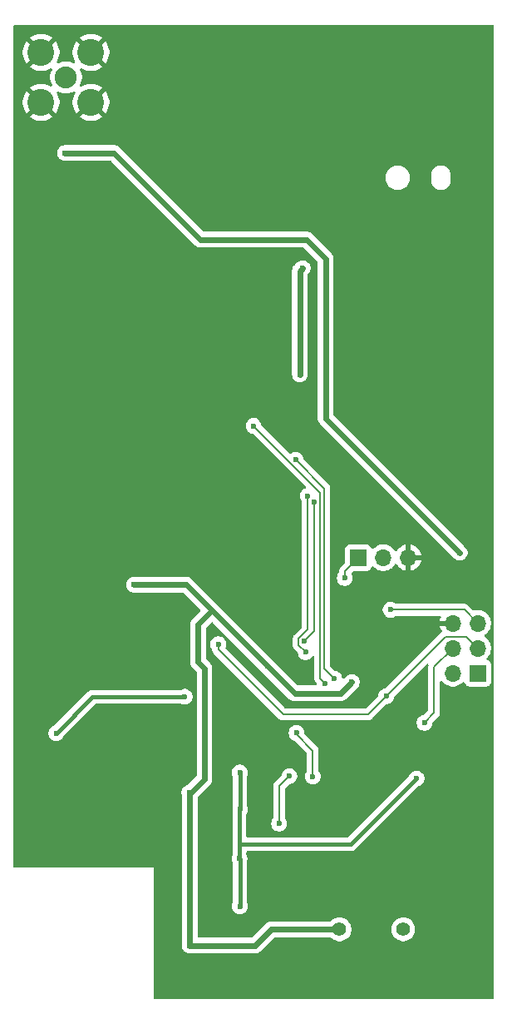
<source format=gbr>
%TF.GenerationSoftware,KiCad,Pcbnew,9.0.0*%
%TF.CreationDate,2025-06-23T20:21:27-05:00*%
%TF.ProjectId,ptFlex,7074466c-6578-42e6-9b69-6361645f7063,rev?*%
%TF.SameCoordinates,Original*%
%TF.FileFunction,Copper,L2,Bot*%
%TF.FilePolarity,Positive*%
%FSLAX46Y46*%
G04 Gerber Fmt 4.6, Leading zero omitted, Abs format (unit mm)*
G04 Created by KiCad (PCBNEW 9.0.0) date 2025-06-23 20:21:27*
%MOMM*%
%LPD*%
G01*
G04 APERTURE LIST*
%TA.AperFunction,ComponentPad*%
%ADD10C,1.408000*%
%TD*%
%TA.AperFunction,ComponentPad*%
%ADD11R,1.700000X1.700000*%
%TD*%
%TA.AperFunction,ComponentPad*%
%ADD12O,1.700000X1.700000*%
%TD*%
%TA.AperFunction,ComponentPad*%
%ADD13C,2.240000*%
%TD*%
%TA.AperFunction,ComponentPad*%
%ADD14C,2.740000*%
%TD*%
%TA.AperFunction,ViaPad*%
%ADD15C,0.600000*%
%TD*%
%TA.AperFunction,Conductor*%
%ADD16C,0.200000*%
%TD*%
%TA.AperFunction,Conductor*%
%ADD17C,0.400000*%
%TD*%
%TA.AperFunction,Conductor*%
%ADD18C,0.600000*%
%TD*%
G04 APERTURE END LIST*
D10*
%TO.P,PZ1,P*%
%TO.N,+5V*%
X149600000Y-138300000D03*
%TO.P,PZ1,N*%
%TO.N,Net-(D4-A)*%
X156100000Y-138300000D03*
%TD*%
D11*
%TO.P,J2,1,Pin_1*%
%TO.N,Net-(J2-Pin_1)*%
X151520000Y-100500000D03*
D12*
%TO.P,J2,2,Pin_2*%
%TO.N,Net-(J2-Pin_2)*%
X154060000Y-100500000D03*
%TO.P,J2,3,Pin_3*%
%TO.N,GND*%
X156600000Y-100500000D03*
%TD*%
D13*
%TO.P,ANT2,1,In*%
%TO.N,Net-(ANT2-In)*%
X121746000Y-51646000D03*
D14*
%TO.P,ANT2,2,Ext*%
%TO.N,GND*%
X119206000Y-54186000D03*
X124286000Y-54186000D03*
X119206000Y-49106000D03*
X124286000Y-49106000D03*
%TD*%
D11*
%TO.P,J4,1,Pin_1*%
%TO.N,MISO*%
X163686000Y-112246000D03*
D12*
%TO.P,J4,2,Pin_2*%
%TO.N,+5V*%
X161146000Y-112246000D03*
%TO.P,J4,3,Pin_3*%
%TO.N,SCK*%
X163686000Y-109706000D03*
%TO.P,J4,4,Pin_4*%
%TO.N,MOSI*%
X161146000Y-109706000D03*
%TO.P,J4,5,Pin_5*%
%TO.N,RESET*%
X163686000Y-107166000D03*
%TO.P,J4,6,Pin_6*%
%TO.N,GND*%
X161146000Y-107166000D03*
%TD*%
D15*
%TO.N,GND*%
X136900000Y-134500000D03*
X150100000Y-118400000D03*
X117446000Y-127646000D03*
X130546000Y-119846000D03*
X127046000Y-76946000D03*
X133700000Y-112700000D03*
X123446000Y-84546000D03*
X144746000Y-137246000D03*
X137400000Y-120100000D03*
X131746000Y-139846000D03*
X133546000Y-84546000D03*
X150100000Y-134700000D03*
X117446000Y-103446000D03*
X153000000Y-124900000D03*
X142646000Y-51646000D03*
X142146000Y-108046000D03*
X136700000Y-107900000D03*
X130546000Y-130846000D03*
X153100000Y-106800000D03*
X117446000Y-123846000D03*
X153646000Y-130046000D03*
X160800000Y-114800000D03*
X144100000Y-115200000D03*
X131746000Y-144146000D03*
X135146000Y-61346000D03*
X131746000Y-134546000D03*
X133546000Y-92446000D03*
X118546000Y-61346000D03*
X134100000Y-105700000D03*
X143600000Y-97500000D03*
X117446000Y-120146000D03*
X117446000Y-130846000D03*
X133700000Y-107900000D03*
X133700000Y-109800000D03*
X123446000Y-92446000D03*
X163021000Y-138071000D03*
X163472110Y-53446668D03*
X163346000Y-87746000D03*
X144700000Y-132500000D03*
X143600000Y-93500000D03*
X153046000Y-83646000D03*
X148146000Y-55546000D03*
X159246000Y-143646000D03*
X142546000Y-121046000D03*
X164646000Y-117246000D03*
X139946000Y-61446000D03*
X127646000Y-50446000D03*
X136846000Y-103846000D03*
X130546000Y-128546000D03*
X146946000Y-75146000D03*
X158683500Y-130046000D03*
X156600000Y-115300000D03*
X133610954Y-76995408D03*
X143646000Y-76946000D03*
X138346000Y-142346000D03*
X164646000Y-127246000D03*
X140246000Y-111346000D03*
X117446000Y-112346000D03*
X122846000Y-101546000D03*
X141446000Y-116746000D03*
X143646000Y-66946000D03*
X125546000Y-118146000D03*
X152396000Y-73186000D03*
X154346000Y-109346000D03*
X126846000Y-61346000D03*
X135146000Y-50446000D03*
X143546000Y-104396000D03*
X130546000Y-122546000D03*
X149846000Y-109996000D03*
X144846000Y-143646000D03*
X146046000Y-111746000D03*
X156900000Y-118400000D03*
%TO.N,MOSI*%
X158246000Y-117296000D03*
%TO.N,SCK*%
X137246000Y-109300000D03*
X154346000Y-114596000D03*
%TO.N,RESET*%
X154800000Y-105800000D03*
%TO.N,GPS-TX*%
X144485628Y-122706372D03*
X143446000Y-127546000D03*
%TO.N,+3.3V*%
X139484263Y-126084263D03*
X157446000Y-122946000D03*
X139446000Y-122346000D03*
X139446000Y-135946000D03*
X139410026Y-131110026D03*
%TO.N,XMIT-TX-AUDIO*%
X146046000Y-108996000D03*
X147046000Y-94846000D03*
%TO.N,XMIT-POWERSAVE*%
X146373654Y-94222298D03*
X146146000Y-110096000D03*
%TO.N,Net-(D1-K)*%
X145546000Y-81846000D03*
X145846000Y-71046000D03*
%TO.N,XMIT-TX*%
X148121000Y-113271000D03*
X140846000Y-87095943D03*
%TO.N,+5V*%
X148200000Y-79300000D03*
X134346000Y-139946000D03*
X161846000Y-99999333D03*
X150846000Y-113146000D03*
X134296000Y-124396000D03*
X121646000Y-59346000D03*
X142246000Y-111496000D03*
X128646000Y-103246000D03*
X134346000Y-128346000D03*
%TO.N,XMIT-RX*%
X149071000Y-112821000D03*
X145146000Y-90546000D03*
%TO.N,PIEZO*%
X145209235Y-118334235D03*
X146883500Y-122746000D03*
%TO.N,Net-(Q3-D)*%
X120746000Y-118346000D03*
X133846000Y-114646000D03*
%TO.N,Net-(J2-Pin_1)*%
X150132374Y-102571680D03*
%TD*%
D16*
%TO.N,MOSI*%
X159246000Y-111606000D02*
X161146000Y-109706000D01*
X158246000Y-117296000D02*
X158246000Y-117245000D01*
X159246000Y-116245000D02*
X159246000Y-111606000D01*
X158246000Y-117245000D02*
X159246000Y-116245000D01*
%TO.N,SCK*%
X137246000Y-109300000D02*
X137246000Y-109846000D01*
X162535000Y-108555000D02*
X163686000Y-109706000D01*
X154346000Y-114596000D02*
X160387000Y-108555000D01*
X143846000Y-116446000D02*
X152496000Y-116446000D01*
X160387000Y-108555000D02*
X162535000Y-108555000D01*
X152496000Y-116446000D02*
X154346000Y-114596000D01*
X137246000Y-109846000D02*
X143846000Y-116446000D01*
%TO.N,RESET*%
X162320000Y-105800000D02*
X163686000Y-107166000D01*
X154800000Y-105800000D02*
X162320000Y-105800000D01*
%TO.N,GPS-TX*%
X143446000Y-127546000D02*
X143446000Y-123746000D01*
X143446000Y-123746000D02*
X144485628Y-122706372D01*
D17*
%TO.N,+3.3V*%
X139446000Y-126046000D02*
X139484263Y-126084263D01*
X139410026Y-129600000D02*
X139410026Y-126158500D01*
X157446000Y-122946000D02*
X150746000Y-129646000D01*
X139456026Y-129646000D02*
X139410026Y-129600000D01*
X139446000Y-122346000D02*
X139446000Y-126046000D01*
X139410026Y-131110026D02*
X139410026Y-129600000D01*
X139446000Y-135946000D02*
X139446000Y-131146000D01*
X150746000Y-129646000D02*
X139456026Y-129646000D01*
D16*
X139410026Y-126158500D02*
X139484263Y-126084263D01*
D17*
X139446000Y-131146000D02*
X139410026Y-131110026D01*
D16*
%TO.N,XMIT-TX-AUDIO*%
X147046000Y-107996000D02*
X147046000Y-94846000D01*
X146046000Y-108996000D02*
X147046000Y-107996000D01*
%TO.N,XMIT-POWERSAVE*%
X146373654Y-94222298D02*
X146373654Y-107818403D01*
X145445000Y-109395000D02*
X146146000Y-110096000D01*
X146373654Y-107818403D02*
X145445000Y-108747057D01*
X145445000Y-108747057D02*
X145445000Y-109395000D01*
D18*
%TO.N,Net-(D1-K)*%
X145546000Y-71346000D02*
X145846000Y-71046000D01*
X145546000Y-81846000D02*
X145546000Y-71346000D01*
D16*
%TO.N,XMIT-TX*%
X147646000Y-93895943D02*
X140846000Y-87095943D01*
X148121000Y-113271000D02*
X147646000Y-112796000D01*
X147646000Y-112796000D02*
X147646000Y-93895943D01*
D18*
%TO.N,+5V*%
X128646000Y-103246000D02*
X133996000Y-103246000D01*
X148200000Y-70100000D02*
X146246000Y-68146000D01*
X145047000Y-114297000D02*
X142246000Y-111496000D01*
X140996000Y-139946000D02*
X142642000Y-138300000D01*
X134346000Y-139946000D02*
X140996000Y-139946000D01*
X135200000Y-111100000D02*
X135200000Y-107292000D01*
X135446000Y-68146000D02*
X126646000Y-59346000D01*
X126646000Y-59346000D02*
X121646000Y-59346000D01*
X149695000Y-114297000D02*
X145047000Y-114297000D01*
X134496000Y-124396000D02*
X135846000Y-123046000D01*
X146246000Y-68146000D02*
X135446000Y-68146000D01*
X133996000Y-103246000D02*
X135921000Y-105171000D01*
X135846000Y-123046000D02*
X135846000Y-111746000D01*
X134346000Y-139946000D02*
X134346000Y-128346000D01*
X142642000Y-138300000D02*
X149600000Y-138300000D01*
X135200000Y-107292000D02*
X136521000Y-105971000D01*
X135921000Y-105171000D02*
X142246000Y-111496000D01*
D16*
X134346000Y-124446000D02*
X134296000Y-124396000D01*
D18*
X150846000Y-113146000D02*
X149695000Y-114297000D01*
X148200000Y-79300000D02*
X148200000Y-70100000D01*
X135846000Y-111746000D02*
X135200000Y-111100000D01*
X134346000Y-128346000D02*
X134346000Y-124446000D01*
X148200000Y-79300000D02*
X148200000Y-86353333D01*
X148200000Y-86353333D02*
X161846000Y-99999333D01*
X134296000Y-124396000D02*
X134496000Y-124396000D01*
D16*
%TO.N,XMIT-RX*%
X148046000Y-93446000D02*
X145146000Y-90546000D01*
X148046000Y-93728843D02*
X148046000Y-93446000D01*
X149071000Y-112821000D02*
X148047000Y-111797000D01*
X148047000Y-93729843D02*
X148046000Y-93728843D01*
X148047000Y-111797000D02*
X148047000Y-93729843D01*
%TO.N,PIEZO*%
X145209235Y-118459235D02*
X146883500Y-120133500D01*
X146883500Y-120133500D02*
X146883500Y-122746000D01*
X145209235Y-118334235D02*
X145209235Y-118459235D01*
D17*
%TO.N,Net-(Q3-D)*%
X124446000Y-114646000D02*
X120746000Y-118346000D01*
X133846000Y-114646000D02*
X124446000Y-114646000D01*
D16*
%TO.N,Net-(J2-Pin_1)*%
X150132374Y-102571680D02*
X150132374Y-101887626D01*
X150132374Y-101887626D02*
X151520000Y-100500000D01*
%TD*%
%TA.AperFunction,Conductor*%
%TO.N,GND*%
G36*
X165288539Y-46366185D02*
G01*
X165334294Y-46418989D01*
X165345500Y-46470500D01*
X165345500Y-145221500D01*
X165325815Y-145288539D01*
X165273011Y-145334294D01*
X165221500Y-145345500D01*
X130770000Y-145345500D01*
X130702961Y-145325815D01*
X130657206Y-145273011D01*
X130646000Y-145221500D01*
X130646000Y-132046000D01*
X116470500Y-132046000D01*
X116403461Y-132026315D01*
X116357706Y-131973511D01*
X116346500Y-131922000D01*
X116346500Y-118267153D01*
X119945500Y-118267153D01*
X119945500Y-118424846D01*
X119976261Y-118579489D01*
X119976264Y-118579501D01*
X120036602Y-118725172D01*
X120036609Y-118725185D01*
X120124210Y-118856288D01*
X120124213Y-118856292D01*
X120235707Y-118967786D01*
X120235711Y-118967789D01*
X120366814Y-119055390D01*
X120366827Y-119055397D01*
X120501482Y-119111172D01*
X120512503Y-119115737D01*
X120623270Y-119137770D01*
X120667153Y-119146499D01*
X120667156Y-119146500D01*
X120667158Y-119146500D01*
X120824844Y-119146500D01*
X120824845Y-119146499D01*
X120979497Y-119115737D01*
X121125179Y-119055394D01*
X121256289Y-118967789D01*
X121367789Y-118856289D01*
X121455394Y-118725179D01*
X121455395Y-118725176D01*
X121455397Y-118725173D01*
X121515192Y-118580812D01*
X121542069Y-118540586D01*
X124699838Y-115382819D01*
X124761161Y-115349334D01*
X124787519Y-115346500D01*
X133420684Y-115346500D01*
X133468136Y-115355939D01*
X133567482Y-115397089D01*
X133612503Y-115415737D01*
X133767153Y-115446499D01*
X133767156Y-115446500D01*
X133767158Y-115446500D01*
X133924844Y-115446500D01*
X133924845Y-115446499D01*
X134079497Y-115415737D01*
X134225179Y-115355394D01*
X134356289Y-115267789D01*
X134467789Y-115156289D01*
X134555394Y-115025179D01*
X134615737Y-114879497D01*
X134646500Y-114724842D01*
X134646500Y-114567158D01*
X134646500Y-114567155D01*
X134646499Y-114567153D01*
X134615738Y-114412510D01*
X134615737Y-114412503D01*
X134595029Y-114362508D01*
X134555397Y-114266827D01*
X134555390Y-114266814D01*
X134467789Y-114135711D01*
X134467786Y-114135707D01*
X134356292Y-114024213D01*
X134356288Y-114024210D01*
X134225185Y-113936609D01*
X134225172Y-113936602D01*
X134079501Y-113876264D01*
X134079489Y-113876261D01*
X133924845Y-113845500D01*
X133924842Y-113845500D01*
X133767158Y-113845500D01*
X133767155Y-113845500D01*
X133612510Y-113876261D01*
X133612498Y-113876264D01*
X133468136Y-113936061D01*
X133420684Y-113945500D01*
X124377003Y-113945500D01*
X124268590Y-113967065D01*
X124268589Y-113967065D01*
X124241671Y-113972420D01*
X124114190Y-114025224D01*
X123999454Y-114101887D01*
X120551412Y-117549929D01*
X120511184Y-117576809D01*
X120366823Y-117636604D01*
X120366814Y-117636609D01*
X120235711Y-117724210D01*
X120235707Y-117724213D01*
X120124213Y-117835707D01*
X120124210Y-117835711D01*
X120036609Y-117966814D01*
X120036602Y-117966827D01*
X119976264Y-118112498D01*
X119976261Y-118112510D01*
X119945500Y-118267153D01*
X116346500Y-118267153D01*
X116346500Y-103167153D01*
X127845500Y-103167153D01*
X127845500Y-103324846D01*
X127876261Y-103479489D01*
X127876264Y-103479501D01*
X127936602Y-103625172D01*
X127936609Y-103625185D01*
X128024210Y-103756288D01*
X128024213Y-103756292D01*
X128135707Y-103867786D01*
X128135711Y-103867789D01*
X128266814Y-103955390D01*
X128266827Y-103955397D01*
X128412498Y-104015735D01*
X128412503Y-104015737D01*
X128567153Y-104046499D01*
X128567156Y-104046500D01*
X128567158Y-104046500D01*
X133613060Y-104046500D01*
X133680099Y-104066185D01*
X133700741Y-104082819D01*
X135401241Y-105783319D01*
X135434726Y-105844642D01*
X135429742Y-105914334D01*
X135401241Y-105958681D01*
X134689711Y-106670211D01*
X134659847Y-106700075D01*
X134578209Y-106781712D01*
X134490609Y-106912814D01*
X134490602Y-106912827D01*
X134430264Y-107058498D01*
X134430261Y-107058510D01*
X134399500Y-107213153D01*
X134399500Y-111178846D01*
X134430261Y-111333489D01*
X134430264Y-111333501D01*
X134490602Y-111479172D01*
X134490609Y-111479185D01*
X134578210Y-111610288D01*
X134578213Y-111610292D01*
X135009181Y-112041259D01*
X135042666Y-112102582D01*
X135045500Y-112128940D01*
X135045500Y-122663059D01*
X135025815Y-122730098D01*
X135009181Y-122750740D01*
X134177924Y-123581996D01*
X134116601Y-123615481D01*
X134114435Y-123615932D01*
X134062508Y-123626261D01*
X134062500Y-123626263D01*
X133916827Y-123686602D01*
X133916814Y-123686609D01*
X133785711Y-123774210D01*
X133785707Y-123774213D01*
X133674213Y-123885707D01*
X133674210Y-123885711D01*
X133586609Y-124016814D01*
X133586602Y-124016827D01*
X133526264Y-124162498D01*
X133526261Y-124162510D01*
X133495500Y-124317153D01*
X133495500Y-124474846D01*
X133526261Y-124629489D01*
X133526263Y-124629497D01*
X133536061Y-124653151D01*
X133545500Y-124700604D01*
X133545500Y-140024846D01*
X133576261Y-140179489D01*
X133576264Y-140179501D01*
X133636602Y-140325172D01*
X133636609Y-140325185D01*
X133724210Y-140456288D01*
X133724213Y-140456292D01*
X133835707Y-140567786D01*
X133835711Y-140567789D01*
X133966814Y-140655390D01*
X133966827Y-140655397D01*
X134112498Y-140715735D01*
X134112503Y-140715737D01*
X134267153Y-140746499D01*
X134267156Y-140746500D01*
X134267158Y-140746500D01*
X141074844Y-140746500D01*
X141074845Y-140746499D01*
X141229497Y-140715737D01*
X141375179Y-140655394D01*
X141506289Y-140567789D01*
X142937259Y-139136819D01*
X142998582Y-139103334D01*
X143024940Y-139100500D01*
X148645718Y-139100500D01*
X148712757Y-139120185D01*
X148733399Y-139136819D01*
X148815321Y-139218741D01*
X148968704Y-139330181D01*
X149048515Y-139370846D01*
X149137627Y-139416252D01*
X149137629Y-139416252D01*
X149137632Y-139416254D01*
X149317945Y-139474842D01*
X149411574Y-139489671D01*
X149505200Y-139504500D01*
X149505204Y-139504500D01*
X149694800Y-139504500D01*
X149778022Y-139491318D01*
X149882055Y-139474842D01*
X150062368Y-139416254D01*
X150231296Y-139330181D01*
X150384679Y-139218741D01*
X150518741Y-139084679D01*
X150630181Y-138931296D01*
X150716254Y-138762368D01*
X150774842Y-138582055D01*
X150791318Y-138478022D01*
X150804500Y-138394800D01*
X150804500Y-138205199D01*
X154895500Y-138205199D01*
X154895500Y-138394800D01*
X154925157Y-138582050D01*
X154925158Y-138582055D01*
X154964750Y-138703905D01*
X154983747Y-138762372D01*
X155069819Y-138931296D01*
X155181259Y-139084679D01*
X155315321Y-139218741D01*
X155468704Y-139330181D01*
X155548515Y-139370846D01*
X155637627Y-139416252D01*
X155637629Y-139416252D01*
X155637632Y-139416254D01*
X155817945Y-139474842D01*
X155911574Y-139489671D01*
X156005200Y-139504500D01*
X156005204Y-139504500D01*
X156194800Y-139504500D01*
X156278022Y-139491318D01*
X156382055Y-139474842D01*
X156562368Y-139416254D01*
X156731296Y-139330181D01*
X156884679Y-139218741D01*
X157018741Y-139084679D01*
X157130181Y-138931296D01*
X157216254Y-138762368D01*
X157274842Y-138582055D01*
X157291318Y-138478022D01*
X157304500Y-138394800D01*
X157304500Y-138205199D01*
X157288023Y-138101171D01*
X157274842Y-138017945D01*
X157216254Y-137837632D01*
X157216252Y-137837629D01*
X157216252Y-137837627D01*
X157135025Y-137678211D01*
X157130181Y-137668704D01*
X157018741Y-137515321D01*
X156884679Y-137381259D01*
X156731296Y-137269819D01*
X156562372Y-137183747D01*
X156503905Y-137164750D01*
X156382055Y-137125158D01*
X156382051Y-137125157D01*
X156382050Y-137125157D01*
X156194800Y-137095500D01*
X156194796Y-137095500D01*
X156005204Y-137095500D01*
X156005200Y-137095500D01*
X155817949Y-137125157D01*
X155817946Y-137125157D01*
X155817945Y-137125158D01*
X155759482Y-137144153D01*
X155637627Y-137183747D01*
X155468703Y-137269819D01*
X155315319Y-137381260D01*
X155181260Y-137515319D01*
X155069819Y-137668703D01*
X154983747Y-137837627D01*
X154925157Y-138017949D01*
X154895500Y-138205199D01*
X150804500Y-138205199D01*
X150788023Y-138101171D01*
X150774842Y-138017945D01*
X150716254Y-137837632D01*
X150716252Y-137837629D01*
X150716252Y-137837627D01*
X150635025Y-137678211D01*
X150630181Y-137668704D01*
X150518741Y-137515321D01*
X150384679Y-137381259D01*
X150231296Y-137269819D01*
X150062372Y-137183747D01*
X150003905Y-137164750D01*
X149882055Y-137125158D01*
X149882051Y-137125157D01*
X149882050Y-137125157D01*
X149694800Y-137095500D01*
X149694796Y-137095500D01*
X149505204Y-137095500D01*
X149505200Y-137095500D01*
X149317949Y-137125157D01*
X149317946Y-137125157D01*
X149317945Y-137125158D01*
X149259482Y-137144153D01*
X149137627Y-137183747D01*
X148968703Y-137269819D01*
X148815319Y-137381260D01*
X148815318Y-137381261D01*
X148733399Y-137463181D01*
X148672076Y-137496666D01*
X148645718Y-137499500D01*
X142563153Y-137499500D01*
X142408510Y-137530260D01*
X142408502Y-137530262D01*
X142262824Y-137590604D01*
X142262814Y-137590609D01*
X142131711Y-137678210D01*
X142131707Y-137678213D01*
X140700741Y-139109181D01*
X140639418Y-139142666D01*
X140613060Y-139145500D01*
X135270500Y-139145500D01*
X135203461Y-139125815D01*
X135157706Y-139073011D01*
X135146500Y-139021500D01*
X135146500Y-131031179D01*
X138609526Y-131031179D01*
X138609526Y-131188872D01*
X138640287Y-131343515D01*
X138640290Y-131343527D01*
X138700629Y-131489200D01*
X138700630Y-131489202D01*
X138724602Y-131525078D01*
X138745480Y-131591756D01*
X138745500Y-131593969D01*
X138745500Y-135520684D01*
X138736061Y-135568136D01*
X138676264Y-135712498D01*
X138676261Y-135712510D01*
X138645500Y-135867153D01*
X138645500Y-136024846D01*
X138676261Y-136179489D01*
X138676264Y-136179501D01*
X138736602Y-136325172D01*
X138736609Y-136325185D01*
X138824210Y-136456288D01*
X138824213Y-136456292D01*
X138935707Y-136567786D01*
X138935711Y-136567789D01*
X139066814Y-136655390D01*
X139066827Y-136655397D01*
X139212498Y-136715735D01*
X139212503Y-136715737D01*
X139367153Y-136746499D01*
X139367156Y-136746500D01*
X139367158Y-136746500D01*
X139524844Y-136746500D01*
X139524845Y-136746499D01*
X139679497Y-136715737D01*
X139825179Y-136655394D01*
X139956289Y-136567789D01*
X140067789Y-136456289D01*
X140155394Y-136325179D01*
X140215737Y-136179497D01*
X140246500Y-136024842D01*
X140246500Y-135867158D01*
X140246500Y-135867155D01*
X140246499Y-135867153D01*
X140215738Y-135712510D01*
X140215737Y-135712503D01*
X140155939Y-135568136D01*
X140146500Y-135520684D01*
X140146500Y-131448492D01*
X140155939Y-131401039D01*
X140179763Y-131343523D01*
X140210526Y-131188868D01*
X140210526Y-131031184D01*
X140210526Y-131031181D01*
X140210525Y-131031179D01*
X140179764Y-130876536D01*
X140179763Y-130876529D01*
X140119965Y-130732162D01*
X140118338Y-130723985D01*
X140115549Y-130719645D01*
X140110526Y-130684710D01*
X140110526Y-130470500D01*
X140130211Y-130403461D01*
X140183015Y-130357706D01*
X140234526Y-130346500D01*
X150814996Y-130346500D01*
X150906040Y-130328389D01*
X150950328Y-130319580D01*
X151014069Y-130293177D01*
X151077807Y-130266777D01*
X151077808Y-130266776D01*
X151077811Y-130266775D01*
X151192543Y-130190114D01*
X157640586Y-123742069D01*
X157680810Y-123715192D01*
X157749836Y-123686602D01*
X157825173Y-123655397D01*
X157825176Y-123655395D01*
X157825179Y-123655394D01*
X157956289Y-123567789D01*
X158067789Y-123456289D01*
X158155394Y-123325179D01*
X158215737Y-123179497D01*
X158246500Y-123024842D01*
X158246500Y-122867158D01*
X158246500Y-122867155D01*
X158246499Y-122867153D01*
X158215737Y-122712503D01*
X158196955Y-122667158D01*
X158155397Y-122566827D01*
X158155390Y-122566814D01*
X158067789Y-122435711D01*
X158067786Y-122435707D01*
X157956292Y-122324213D01*
X157956288Y-122324210D01*
X157825185Y-122236609D01*
X157825172Y-122236602D01*
X157679501Y-122176264D01*
X157679489Y-122176261D01*
X157524845Y-122145500D01*
X157524842Y-122145500D01*
X157367158Y-122145500D01*
X157367155Y-122145500D01*
X157212510Y-122176261D01*
X157212498Y-122176264D01*
X157066827Y-122236602D01*
X157066814Y-122236609D01*
X156935711Y-122324210D01*
X156935707Y-122324213D01*
X156824213Y-122435707D01*
X156824210Y-122435711D01*
X156736609Y-122566814D01*
X156736604Y-122566823D01*
X156676809Y-122711184D01*
X156649929Y-122751412D01*
X150492162Y-128909181D01*
X150430839Y-128942666D01*
X150404481Y-128945500D01*
X140234526Y-128945500D01*
X140167487Y-128925815D01*
X140121732Y-128873011D01*
X140110526Y-128821500D01*
X140110526Y-127467153D01*
X142645500Y-127467153D01*
X142645500Y-127624846D01*
X142676261Y-127779489D01*
X142676264Y-127779501D01*
X142736602Y-127925172D01*
X142736609Y-127925185D01*
X142824210Y-128056288D01*
X142824213Y-128056292D01*
X142935707Y-128167786D01*
X142935711Y-128167789D01*
X143066814Y-128255390D01*
X143066827Y-128255397D01*
X143212498Y-128315735D01*
X143212503Y-128315737D01*
X143367153Y-128346499D01*
X143367156Y-128346500D01*
X143367158Y-128346500D01*
X143524844Y-128346500D01*
X143524845Y-128346499D01*
X143679497Y-128315737D01*
X143825179Y-128255394D01*
X143956289Y-128167789D01*
X144067789Y-128056289D01*
X144155394Y-127925179D01*
X144215737Y-127779497D01*
X144246500Y-127624842D01*
X144246500Y-127467158D01*
X144246500Y-127467155D01*
X144246499Y-127467153D01*
X144215738Y-127312510D01*
X144215737Y-127312503D01*
X144215735Y-127312498D01*
X144155397Y-127166827D01*
X144155390Y-127166814D01*
X144067398Y-127035125D01*
X144046520Y-126968447D01*
X144046500Y-126966234D01*
X144046500Y-124046097D01*
X144066185Y-123979058D01*
X144082819Y-123958416D01*
X144267025Y-123774210D01*
X144500290Y-123540944D01*
X144561611Y-123507461D01*
X144563778Y-123507010D01*
X144621713Y-123495485D01*
X144719125Y-123476109D01*
X144864807Y-123415766D01*
X144995917Y-123328161D01*
X145107417Y-123216661D01*
X145195022Y-123085551D01*
X145255365Y-122939869D01*
X145286128Y-122785214D01*
X145286128Y-122627530D01*
X145286128Y-122627527D01*
X145286127Y-122627525D01*
X145276574Y-122579501D01*
X145255365Y-122472875D01*
X145211439Y-122366827D01*
X145195025Y-122327199D01*
X145195018Y-122327186D01*
X145107417Y-122196083D01*
X145107414Y-122196079D01*
X144995920Y-122084585D01*
X144995916Y-122084582D01*
X144864813Y-121996981D01*
X144864800Y-121996974D01*
X144719129Y-121936636D01*
X144719117Y-121936633D01*
X144564473Y-121905872D01*
X144564470Y-121905872D01*
X144406786Y-121905872D01*
X144406783Y-121905872D01*
X144252138Y-121936633D01*
X144252126Y-121936636D01*
X144106455Y-121996974D01*
X144106442Y-121996981D01*
X143975339Y-122084582D01*
X143975335Y-122084585D01*
X143863841Y-122196079D01*
X143863838Y-122196083D01*
X143776237Y-122327186D01*
X143776230Y-122327199D01*
X143715892Y-122472870D01*
X143715889Y-122472880D01*
X143684989Y-122628222D01*
X143652604Y-122690133D01*
X143651053Y-122691711D01*
X142965481Y-123377282D01*
X142965480Y-123377284D01*
X142922761Y-123451276D01*
X142908425Y-123476107D01*
X142890663Y-123506872D01*
X142886423Y-123514215D01*
X142845499Y-123666943D01*
X142845499Y-123666945D01*
X142845499Y-123835046D01*
X142845500Y-123835059D01*
X142845500Y-126966234D01*
X142825815Y-127033273D01*
X142824602Y-127035125D01*
X142736609Y-127166814D01*
X142736602Y-127166827D01*
X142676264Y-127312498D01*
X142676261Y-127312510D01*
X142645500Y-127467153D01*
X140110526Y-127467153D01*
X140110526Y-126625471D01*
X140130211Y-126558432D01*
X140131424Y-126556580D01*
X140193657Y-126463442D01*
X140254000Y-126317760D01*
X140284763Y-126163105D01*
X140284763Y-126005421D01*
X140284763Y-126005418D01*
X140284762Y-126005416D01*
X140254000Y-125850766D01*
X140193657Y-125705084D01*
X140167396Y-125665782D01*
X140146520Y-125599105D01*
X140146500Y-125596893D01*
X140146500Y-122771316D01*
X140155939Y-122723864D01*
X140184478Y-122654963D01*
X140215737Y-122579497D01*
X140246500Y-122424842D01*
X140246500Y-122267158D01*
X140246500Y-122267155D01*
X140246499Y-122267153D01*
X140226425Y-122166234D01*
X140215737Y-122112503D01*
X140167887Y-121996981D01*
X140155397Y-121966827D01*
X140155390Y-121966814D01*
X140067789Y-121835711D01*
X140067786Y-121835707D01*
X139956292Y-121724213D01*
X139956288Y-121724210D01*
X139825185Y-121636609D01*
X139825172Y-121636602D01*
X139679501Y-121576264D01*
X139679489Y-121576261D01*
X139524845Y-121545500D01*
X139524842Y-121545500D01*
X139367158Y-121545500D01*
X139367155Y-121545500D01*
X139212510Y-121576261D01*
X139212498Y-121576264D01*
X139066827Y-121636602D01*
X139066814Y-121636609D01*
X138935711Y-121724210D01*
X138935707Y-121724213D01*
X138824213Y-121835707D01*
X138824210Y-121835711D01*
X138736609Y-121966814D01*
X138736602Y-121966827D01*
X138676264Y-122112498D01*
X138676261Y-122112510D01*
X138645500Y-122267153D01*
X138645500Y-122424846D01*
X138676261Y-122579489D01*
X138676264Y-122579501D01*
X138736061Y-122723864D01*
X138745500Y-122771316D01*
X138745500Y-125751323D01*
X138736061Y-125798775D01*
X138714526Y-125850764D01*
X138714523Y-125850774D01*
X138683763Y-126005416D01*
X138683763Y-126005421D01*
X138683763Y-126163105D01*
X138683763Y-126163107D01*
X138683762Y-126163107D01*
X138707143Y-126280642D01*
X138709526Y-126304834D01*
X138709526Y-130684710D01*
X138700087Y-130732162D01*
X138640290Y-130876524D01*
X138640287Y-130876536D01*
X138609526Y-131031179D01*
X135146500Y-131031179D01*
X135146500Y-124928938D01*
X135166185Y-124861899D01*
X135182814Y-124841261D01*
X136356286Y-123667790D01*
X136356289Y-123667789D01*
X136467789Y-123556289D01*
X136555394Y-123425179D01*
X136615737Y-123279497D01*
X136639374Y-123160669D01*
X136646500Y-123124843D01*
X136646500Y-122967158D01*
X136646500Y-118255388D01*
X144408735Y-118255388D01*
X144408735Y-118413081D01*
X144439496Y-118567724D01*
X144439499Y-118567736D01*
X144499837Y-118713407D01*
X144499844Y-118713420D01*
X144587445Y-118844523D01*
X144587448Y-118844527D01*
X144698942Y-118956021D01*
X144698946Y-118956024D01*
X144830049Y-119043625D01*
X144830062Y-119043632D01*
X144917465Y-119079834D01*
X144975738Y-119103972D01*
X144975745Y-119103973D01*
X144981571Y-119105741D01*
X144981175Y-119107043D01*
X145036949Y-119136212D01*
X145038535Y-119137770D01*
X146246681Y-120345916D01*
X146280166Y-120407239D01*
X146283000Y-120433597D01*
X146283000Y-122166234D01*
X146263315Y-122233273D01*
X146262102Y-122235125D01*
X146174109Y-122366814D01*
X146174102Y-122366827D01*
X146113764Y-122512498D01*
X146113761Y-122512510D01*
X146083000Y-122667153D01*
X146083000Y-122824846D01*
X146113761Y-122979489D01*
X146113764Y-122979501D01*
X146174102Y-123125172D01*
X146174109Y-123125185D01*
X146261710Y-123256288D01*
X146261713Y-123256292D01*
X146373207Y-123367786D01*
X146373211Y-123367789D01*
X146504314Y-123455390D01*
X146504327Y-123455397D01*
X146649998Y-123515735D01*
X146650003Y-123515737D01*
X146804653Y-123546499D01*
X146804656Y-123546500D01*
X146804658Y-123546500D01*
X146962344Y-123546500D01*
X146962345Y-123546499D01*
X147116997Y-123515737D01*
X147262679Y-123455394D01*
X147393789Y-123367789D01*
X147505289Y-123256289D01*
X147592894Y-123125179D01*
X147653237Y-122979497D01*
X147684000Y-122824842D01*
X147684000Y-122667158D01*
X147684000Y-122667155D01*
X147683999Y-122667153D01*
X147664042Y-122566823D01*
X147653237Y-122512503D01*
X147621429Y-122435711D01*
X147592897Y-122366827D01*
X147592890Y-122366814D01*
X147504898Y-122235125D01*
X147484020Y-122168447D01*
X147484000Y-122166234D01*
X147484000Y-120054445D01*
X147484000Y-120054443D01*
X147443077Y-119901716D01*
X147443077Y-119901715D01*
X147443077Y-119901714D01*
X147414139Y-119851595D01*
X147414137Y-119851592D01*
X147364020Y-119764784D01*
X147252216Y-119652980D01*
X147252215Y-119652979D01*
X147247885Y-119648649D01*
X147247874Y-119648639D01*
X146046054Y-118446819D01*
X146012569Y-118385496D01*
X146009735Y-118359138D01*
X146009735Y-118255390D01*
X146009734Y-118255388D01*
X145978972Y-118100738D01*
X145964474Y-118065737D01*
X145918632Y-117955062D01*
X145918625Y-117955049D01*
X145831024Y-117823946D01*
X145831021Y-117823942D01*
X145719527Y-117712448D01*
X145719523Y-117712445D01*
X145588420Y-117624844D01*
X145588407Y-117624837D01*
X145442736Y-117564499D01*
X145442724Y-117564496D01*
X145288080Y-117533735D01*
X145288077Y-117533735D01*
X145130393Y-117533735D01*
X145130390Y-117533735D01*
X144975745Y-117564496D01*
X144975733Y-117564499D01*
X144830062Y-117624837D01*
X144830049Y-117624844D01*
X144698946Y-117712445D01*
X144698942Y-117712448D01*
X144587448Y-117823942D01*
X144587445Y-117823946D01*
X144499844Y-117955049D01*
X144499837Y-117955062D01*
X144439499Y-118100733D01*
X144439496Y-118100745D01*
X144408735Y-118255388D01*
X136646500Y-118255388D01*
X136646500Y-111667158D01*
X136646500Y-111667155D01*
X136646499Y-111667153D01*
X136615737Y-111512503D01*
X136609275Y-111496902D01*
X136555397Y-111366827D01*
X136555390Y-111366814D01*
X136467790Y-111235712D01*
X136447968Y-111215890D01*
X136356289Y-111124211D01*
X136036819Y-110804741D01*
X136003334Y-110743418D01*
X136000500Y-110717060D01*
X136000500Y-109221153D01*
X136445500Y-109221153D01*
X136445500Y-109378846D01*
X136476261Y-109533489D01*
X136476264Y-109533501D01*
X136536602Y-109679172D01*
X136536609Y-109679185D01*
X136624601Y-109810873D01*
X136645479Y-109877550D01*
X136645499Y-109879764D01*
X136645499Y-109925054D01*
X136645498Y-109925054D01*
X136645499Y-109925057D01*
X136686423Y-110077785D01*
X136686424Y-110077787D01*
X136686423Y-110077787D01*
X136699538Y-110100501D01*
X136699539Y-110100503D01*
X136765475Y-110214709D01*
X136765481Y-110214717D01*
X136884349Y-110333585D01*
X136884354Y-110333589D01*
X143477284Y-116926520D01*
X143477286Y-116926521D01*
X143477290Y-116926524D01*
X143614209Y-117005573D01*
X143614216Y-117005577D01*
X143766943Y-117046501D01*
X143766945Y-117046501D01*
X143932654Y-117046501D01*
X143932670Y-117046500D01*
X152409331Y-117046500D01*
X152409347Y-117046501D01*
X152416943Y-117046501D01*
X152575054Y-117046501D01*
X152575057Y-117046501D01*
X152727785Y-117005577D01*
X152777904Y-116976639D01*
X152864716Y-116926520D01*
X152976520Y-116814716D01*
X152976520Y-116814714D01*
X152986728Y-116804507D01*
X152986729Y-116804504D01*
X154360662Y-115430572D01*
X154421983Y-115397089D01*
X154424150Y-115396638D01*
X154482085Y-115385113D01*
X154579497Y-115365737D01*
X154725179Y-115305394D01*
X154856289Y-115217789D01*
X154967789Y-115106289D01*
X155055394Y-114975179D01*
X155115737Y-114829497D01*
X155146500Y-114674842D01*
X155146638Y-114674150D01*
X155179023Y-114612239D01*
X155180519Y-114610715D01*
X158457801Y-111333432D01*
X158519124Y-111299948D01*
X158588816Y-111304932D01*
X158644749Y-111346804D01*
X158669166Y-111412268D01*
X158665257Y-111453205D01*
X158645499Y-111526943D01*
X158645499Y-111526945D01*
X158645499Y-111695046D01*
X158645500Y-111695059D01*
X158645500Y-115944901D01*
X158625815Y-116011940D01*
X158609181Y-116032582D01*
X158167673Y-116474089D01*
X158106350Y-116507574D01*
X158104184Y-116508025D01*
X158012508Y-116526261D01*
X158012500Y-116526263D01*
X157866827Y-116586602D01*
X157866814Y-116586609D01*
X157735711Y-116674210D01*
X157735707Y-116674213D01*
X157624213Y-116785707D01*
X157624210Y-116785711D01*
X157536609Y-116916814D01*
X157536602Y-116916827D01*
X157476264Y-117062498D01*
X157476261Y-117062510D01*
X157445500Y-117217153D01*
X157445500Y-117374846D01*
X157476261Y-117529489D01*
X157476264Y-117529501D01*
X157536602Y-117675172D01*
X157536609Y-117675185D01*
X157624210Y-117806288D01*
X157624213Y-117806292D01*
X157735707Y-117917786D01*
X157735711Y-117917789D01*
X157866814Y-118005390D01*
X157866827Y-118005397D01*
X158012498Y-118065735D01*
X158012503Y-118065737D01*
X158167153Y-118096499D01*
X158167156Y-118096500D01*
X158167158Y-118096500D01*
X158324844Y-118096500D01*
X158324845Y-118096499D01*
X158479497Y-118065737D01*
X158625179Y-118005394D01*
X158756289Y-117917789D01*
X158867789Y-117806289D01*
X158955394Y-117675179D01*
X159015737Y-117529497D01*
X159046500Y-117374842D01*
X159046500Y-117345097D01*
X159066185Y-117278058D01*
X159082819Y-117257416D01*
X159363596Y-116976639D01*
X159726520Y-116613716D01*
X159805577Y-116476784D01*
X159846501Y-116324057D01*
X159846501Y-116165942D01*
X159846501Y-116158347D01*
X159846500Y-116158329D01*
X159846500Y-113136633D01*
X159866185Y-113069594D01*
X159918989Y-113023839D01*
X159988147Y-113013895D01*
X160051703Y-113042920D01*
X160070817Y-113063746D01*
X160073297Y-113067159D01*
X160115896Y-113125792D01*
X160266213Y-113276109D01*
X160438179Y-113401048D01*
X160438181Y-113401049D01*
X160438184Y-113401051D01*
X160627588Y-113497557D01*
X160829757Y-113563246D01*
X161039713Y-113596500D01*
X161039714Y-113596500D01*
X161252286Y-113596500D01*
X161252287Y-113596500D01*
X161462243Y-113563246D01*
X161664412Y-113497557D01*
X161853816Y-113401051D01*
X162013797Y-113284819D01*
X162025784Y-113276110D01*
X162025784Y-113276109D01*
X162025792Y-113276104D01*
X162139329Y-113162566D01*
X162200648Y-113129084D01*
X162270340Y-113134068D01*
X162326274Y-113175939D01*
X162343189Y-113206917D01*
X162392202Y-113338328D01*
X162392206Y-113338335D01*
X162478452Y-113453544D01*
X162478455Y-113453547D01*
X162593664Y-113539793D01*
X162593671Y-113539797D01*
X162728517Y-113590091D01*
X162728516Y-113590091D01*
X162735444Y-113590835D01*
X162788127Y-113596500D01*
X164583872Y-113596499D01*
X164643483Y-113590091D01*
X164778331Y-113539796D01*
X164893546Y-113453546D01*
X164979796Y-113338331D01*
X165030091Y-113203483D01*
X165036500Y-113143873D01*
X165036499Y-111348128D01*
X165030091Y-111288517D01*
X165028810Y-111285083D01*
X164979797Y-111153671D01*
X164979793Y-111153664D01*
X164893547Y-111038455D01*
X164893544Y-111038452D01*
X164778335Y-110952206D01*
X164778328Y-110952202D01*
X164646917Y-110903189D01*
X164590983Y-110861318D01*
X164566566Y-110795853D01*
X164581418Y-110727580D01*
X164602563Y-110699332D01*
X164716104Y-110585792D01*
X164841051Y-110413816D01*
X164937557Y-110224412D01*
X165003246Y-110022243D01*
X165036500Y-109812287D01*
X165036500Y-109599713D01*
X165003246Y-109389757D01*
X164937557Y-109187588D01*
X164841051Y-108998184D01*
X164841049Y-108998181D01*
X164841048Y-108998179D01*
X164716109Y-108826213D01*
X164565786Y-108675890D01*
X164393820Y-108550951D01*
X164393115Y-108550591D01*
X164385054Y-108546485D01*
X164334259Y-108498512D01*
X164317463Y-108430692D01*
X164339999Y-108364556D01*
X164385054Y-108325515D01*
X164393816Y-108321051D01*
X164468849Y-108266537D01*
X164565786Y-108196109D01*
X164565788Y-108196106D01*
X164565792Y-108196104D01*
X164716104Y-108045792D01*
X164716106Y-108045788D01*
X164716109Y-108045786D01*
X164841048Y-107873820D01*
X164841047Y-107873820D01*
X164841051Y-107873816D01*
X164937557Y-107684412D01*
X165003246Y-107482243D01*
X165036500Y-107272287D01*
X165036500Y-107059713D01*
X165003246Y-106849757D01*
X164937557Y-106647588D01*
X164841051Y-106458184D01*
X164841049Y-106458181D01*
X164841048Y-106458179D01*
X164716109Y-106286213D01*
X164565786Y-106135890D01*
X164393820Y-106010951D01*
X164204414Y-105914444D01*
X164204413Y-105914443D01*
X164204412Y-105914443D01*
X164002243Y-105848754D01*
X164002241Y-105848753D01*
X164002240Y-105848753D01*
X163840957Y-105823208D01*
X163792287Y-105815500D01*
X163579713Y-105815500D01*
X163551006Y-105820046D01*
X163369757Y-105848753D01*
X163327473Y-105862492D01*
X163257632Y-105864486D01*
X163201476Y-105832241D01*
X162807590Y-105438355D01*
X162807588Y-105438352D01*
X162688717Y-105319481D01*
X162688716Y-105319480D01*
X162588476Y-105261607D01*
X162588475Y-105261606D01*
X162551783Y-105240422D01*
X162495881Y-105225443D01*
X162399057Y-105199499D01*
X162240943Y-105199499D01*
X162233347Y-105199499D01*
X162233331Y-105199500D01*
X155379766Y-105199500D01*
X155312727Y-105179815D01*
X155310875Y-105178602D01*
X155179185Y-105090609D01*
X155179172Y-105090602D01*
X155033501Y-105030264D01*
X155033489Y-105030261D01*
X154878845Y-104999500D01*
X154878842Y-104999500D01*
X154721158Y-104999500D01*
X154721155Y-104999500D01*
X154566510Y-105030261D01*
X154566498Y-105030264D01*
X154420827Y-105090602D01*
X154420814Y-105090609D01*
X154289711Y-105178210D01*
X154289707Y-105178213D01*
X154178213Y-105289707D01*
X154178210Y-105289711D01*
X154090609Y-105420814D01*
X154090602Y-105420827D01*
X154030264Y-105566498D01*
X154030261Y-105566510D01*
X153999500Y-105721153D01*
X153999500Y-105878846D01*
X154030261Y-106033489D01*
X154030264Y-106033501D01*
X154090602Y-106179172D01*
X154090609Y-106179185D01*
X154178210Y-106310288D01*
X154178213Y-106310292D01*
X154289707Y-106421786D01*
X154289711Y-106421789D01*
X154420814Y-106509390D01*
X154420827Y-106509397D01*
X154499894Y-106542147D01*
X154566503Y-106569737D01*
X154721153Y-106600499D01*
X154721156Y-106600500D01*
X154721158Y-106600500D01*
X154878844Y-106600500D01*
X154878845Y-106600499D01*
X155033497Y-106569737D01*
X155179179Y-106509394D01*
X155233663Y-106472989D01*
X155310875Y-106421398D01*
X155377553Y-106400520D01*
X155379766Y-106400500D01*
X159818552Y-106400500D01*
X159885591Y-106420185D01*
X159931346Y-106472989D01*
X159941290Y-106542147D01*
X159929036Y-106580796D01*
X159894905Y-106647780D01*
X159829242Y-106849870D01*
X159829242Y-106849873D01*
X159818769Y-106916000D01*
X160712988Y-106916000D01*
X160680075Y-106973007D01*
X160646000Y-107100174D01*
X160646000Y-107231826D01*
X160680075Y-107358993D01*
X160712988Y-107416000D01*
X159818769Y-107416000D01*
X159829242Y-107482126D01*
X159829242Y-107482129D01*
X159894904Y-107684217D01*
X159991378Y-107873556D01*
X160025001Y-107919835D01*
X160036453Y-107951933D01*
X160048366Y-107983872D01*
X160048170Y-107984772D01*
X160048480Y-107985641D01*
X160040752Y-108018868D01*
X160033514Y-108052145D01*
X160032789Y-108053113D01*
X160032654Y-108053695D01*
X160012364Y-108080400D01*
X159906480Y-108186284D01*
X159906479Y-108186284D01*
X159906478Y-108186285D01*
X154331339Y-113761425D01*
X154270016Y-113794910D01*
X154267850Y-113795361D01*
X154112508Y-113826261D01*
X154112498Y-113826264D01*
X153966827Y-113886602D01*
X153966814Y-113886609D01*
X153835711Y-113974210D01*
X153835707Y-113974213D01*
X153724213Y-114085707D01*
X153724210Y-114085711D01*
X153636609Y-114216814D01*
X153636602Y-114216827D01*
X153576264Y-114362498D01*
X153576261Y-114362508D01*
X153545361Y-114517850D01*
X153512976Y-114579761D01*
X153511425Y-114581339D01*
X152283584Y-115809181D01*
X152222261Y-115842666D01*
X152195903Y-115845500D01*
X144146098Y-115845500D01*
X144079059Y-115825815D01*
X144058417Y-115809181D01*
X138006078Y-109756843D01*
X137972593Y-109695520D01*
X137977577Y-109625828D01*
X137979185Y-109621741D01*
X138015737Y-109533497D01*
X138046500Y-109378842D01*
X138046500Y-109221158D01*
X138046500Y-109221155D01*
X138046499Y-109221153D01*
X138037173Y-109174269D01*
X138015737Y-109066503D01*
X138015735Y-109066498D01*
X137955397Y-108920827D01*
X137955390Y-108920814D01*
X137867789Y-108789711D01*
X137867786Y-108789707D01*
X137756292Y-108678213D01*
X137756288Y-108678210D01*
X137625185Y-108590609D01*
X137625172Y-108590602D01*
X137479501Y-108530264D01*
X137479489Y-108530261D01*
X137324845Y-108499500D01*
X137324842Y-108499500D01*
X137167158Y-108499500D01*
X137167155Y-108499500D01*
X137012510Y-108530261D01*
X137012498Y-108530264D01*
X136866827Y-108590602D01*
X136866814Y-108590609D01*
X136735711Y-108678210D01*
X136735707Y-108678213D01*
X136624213Y-108789707D01*
X136624210Y-108789711D01*
X136536609Y-108920814D01*
X136536602Y-108920827D01*
X136476264Y-109066498D01*
X136476261Y-109066510D01*
X136445500Y-109221153D01*
X136000500Y-109221153D01*
X136000500Y-107674940D01*
X136020185Y-107607901D01*
X136036819Y-107587259D01*
X136533319Y-107090759D01*
X136594642Y-107057274D01*
X136664334Y-107062258D01*
X136708681Y-107090759D01*
X141624211Y-112006289D01*
X144425211Y-114807289D01*
X144497411Y-114879489D01*
X144536712Y-114918790D01*
X144667814Y-115006390D01*
X144667827Y-115006397D01*
X144813498Y-115066735D01*
X144813503Y-115066737D01*
X144813507Y-115066737D01*
X144813508Y-115066738D01*
X144968154Y-115097500D01*
X144968157Y-115097500D01*
X149773844Y-115097500D01*
X149773845Y-115097499D01*
X149928497Y-115066737D01*
X150074179Y-115006394D01*
X150205289Y-114918789D01*
X151467789Y-113656289D01*
X151555394Y-113525179D01*
X151615737Y-113379497D01*
X151646500Y-113224842D01*
X151646500Y-113067157D01*
X151646500Y-113067154D01*
X151615738Y-112912508D01*
X151615737Y-112912507D01*
X151615737Y-112912503D01*
X151604844Y-112886204D01*
X151555397Y-112766827D01*
X151555390Y-112766814D01*
X151467789Y-112635711D01*
X151467786Y-112635707D01*
X151356292Y-112524213D01*
X151356288Y-112524210D01*
X151225185Y-112436609D01*
X151225172Y-112436602D01*
X151079501Y-112376264D01*
X151079491Y-112376261D01*
X150924845Y-112345500D01*
X150924843Y-112345500D01*
X150767158Y-112345500D01*
X150767155Y-112345500D01*
X150612510Y-112376261D01*
X150612498Y-112376264D01*
X150466827Y-112436602D01*
X150466814Y-112436609D01*
X150335711Y-112524210D01*
X150335707Y-112524213D01*
X150076397Y-112783523D01*
X150015074Y-112817008D01*
X149945382Y-112812024D01*
X149889449Y-112770152D01*
X149867099Y-112720033D01*
X149840738Y-112587510D01*
X149840737Y-112587503D01*
X149814521Y-112524211D01*
X149780397Y-112441827D01*
X149780390Y-112441814D01*
X149692789Y-112310711D01*
X149692786Y-112310707D01*
X149581292Y-112199213D01*
X149581288Y-112199210D01*
X149450185Y-112111609D01*
X149450172Y-112111602D01*
X149304501Y-112051264D01*
X149304491Y-112051261D01*
X149149151Y-112020362D01*
X149087241Y-111987977D01*
X149085662Y-111986426D01*
X148683819Y-111584583D01*
X148650334Y-111523260D01*
X148647500Y-111496902D01*
X148647500Y-102492833D01*
X149331874Y-102492833D01*
X149331874Y-102650526D01*
X149362635Y-102805169D01*
X149362638Y-102805181D01*
X149422976Y-102950852D01*
X149422983Y-102950865D01*
X149510584Y-103081968D01*
X149510587Y-103081972D01*
X149622081Y-103193466D01*
X149622085Y-103193469D01*
X149753188Y-103281070D01*
X149753201Y-103281077D01*
X149898872Y-103341415D01*
X149898877Y-103341417D01*
X150053527Y-103372179D01*
X150053530Y-103372180D01*
X150053532Y-103372180D01*
X150211218Y-103372180D01*
X150211219Y-103372179D01*
X150365871Y-103341417D01*
X150511553Y-103281074D01*
X150642663Y-103193469D01*
X150754163Y-103081969D01*
X150841768Y-102950859D01*
X150902111Y-102805177D01*
X150932874Y-102650522D01*
X150932874Y-102492838D01*
X150932874Y-102492835D01*
X150932873Y-102492833D01*
X150902112Y-102338190D01*
X150902111Y-102338183D01*
X150902109Y-102338178D01*
X150841771Y-102192507D01*
X150841766Y-102192498D01*
X150832202Y-102178185D01*
X150822713Y-102147882D01*
X150811619Y-102118138D01*
X150812348Y-102114783D01*
X150811323Y-102111508D01*
X150819722Y-102080889D01*
X150826471Y-102049865D01*
X150829250Y-102046151D01*
X150829806Y-102044128D01*
X150847614Y-102021619D01*
X150982418Y-101886815D01*
X151043739Y-101853333D01*
X151070097Y-101850499D01*
X152417871Y-101850499D01*
X152417872Y-101850499D01*
X152477483Y-101844091D01*
X152612331Y-101793796D01*
X152727546Y-101707546D01*
X152813796Y-101592331D01*
X152862810Y-101460916D01*
X152904681Y-101404984D01*
X152970145Y-101380566D01*
X153038418Y-101395417D01*
X153066673Y-101416569D01*
X153180213Y-101530109D01*
X153352179Y-101655048D01*
X153352181Y-101655049D01*
X153352184Y-101655051D01*
X153541588Y-101751557D01*
X153743757Y-101817246D01*
X153953713Y-101850500D01*
X153953714Y-101850500D01*
X154166286Y-101850500D01*
X154166287Y-101850500D01*
X154376243Y-101817246D01*
X154578412Y-101751557D01*
X154767816Y-101655051D01*
X154854138Y-101592335D01*
X154939786Y-101530109D01*
X154939788Y-101530106D01*
X154939792Y-101530104D01*
X155090104Y-101379792D01*
X155090106Y-101379788D01*
X155090109Y-101379786D01*
X155157515Y-101287007D01*
X155215051Y-101207816D01*
X155219793Y-101198508D01*
X155267763Y-101147711D01*
X155335583Y-101130911D01*
X155401719Y-101153445D01*
X155440763Y-101198500D01*
X155445377Y-101207555D01*
X155570272Y-101379459D01*
X155570276Y-101379464D01*
X155720535Y-101529723D01*
X155720540Y-101529727D01*
X155892442Y-101654620D01*
X156081782Y-101751095D01*
X156283871Y-101816757D01*
X156350000Y-101827231D01*
X156350000Y-100933012D01*
X156407007Y-100965925D01*
X156534174Y-101000000D01*
X156665826Y-101000000D01*
X156792993Y-100965925D01*
X156850000Y-100933012D01*
X156850000Y-101827230D01*
X156916126Y-101816757D01*
X156916129Y-101816757D01*
X157118217Y-101751095D01*
X157307557Y-101654620D01*
X157479459Y-101529727D01*
X157479464Y-101529723D01*
X157629723Y-101379464D01*
X157629727Y-101379459D01*
X157754620Y-101207557D01*
X157851095Y-101018217D01*
X157916757Y-100816129D01*
X157916757Y-100816126D01*
X157927231Y-100750000D01*
X157033012Y-100750000D01*
X157065925Y-100692993D01*
X157100000Y-100565826D01*
X157100000Y-100434174D01*
X157065925Y-100307007D01*
X157033012Y-100250000D01*
X157927231Y-100250000D01*
X157916757Y-100183873D01*
X157916757Y-100183870D01*
X157851095Y-99981782D01*
X157754620Y-99792442D01*
X157629727Y-99620540D01*
X157629723Y-99620535D01*
X157479464Y-99470276D01*
X157479459Y-99470272D01*
X157307557Y-99345379D01*
X157118215Y-99248903D01*
X156916124Y-99183241D01*
X156850000Y-99172768D01*
X156850000Y-100066988D01*
X156792993Y-100034075D01*
X156665826Y-100000000D01*
X156534174Y-100000000D01*
X156407007Y-100034075D01*
X156350000Y-100066988D01*
X156350000Y-99172768D01*
X156349999Y-99172768D01*
X156283875Y-99183241D01*
X156081784Y-99248903D01*
X155892442Y-99345379D01*
X155720540Y-99470272D01*
X155720535Y-99470276D01*
X155570276Y-99620535D01*
X155570272Y-99620540D01*
X155445378Y-99792443D01*
X155440762Y-99801502D01*
X155392784Y-99852295D01*
X155324963Y-99869087D01*
X155258829Y-99846546D01*
X155219794Y-99801493D01*
X155215051Y-99792184D01*
X155215049Y-99792181D01*
X155215048Y-99792179D01*
X155090109Y-99620213D01*
X154939786Y-99469890D01*
X154767820Y-99344951D01*
X154578414Y-99248444D01*
X154578413Y-99248443D01*
X154578412Y-99248443D01*
X154376243Y-99182754D01*
X154376241Y-99182753D01*
X154376240Y-99182753D01*
X154214957Y-99157208D01*
X154166287Y-99149500D01*
X153953713Y-99149500D01*
X153905042Y-99157208D01*
X153743760Y-99182753D01*
X153541585Y-99248444D01*
X153352179Y-99344951D01*
X153180215Y-99469889D01*
X153066673Y-99583431D01*
X153005350Y-99616915D01*
X152935658Y-99611931D01*
X152879725Y-99570059D01*
X152862810Y-99539082D01*
X152813797Y-99407671D01*
X152813793Y-99407664D01*
X152727547Y-99292455D01*
X152727544Y-99292452D01*
X152612335Y-99206206D01*
X152612328Y-99206202D01*
X152477482Y-99155908D01*
X152477483Y-99155908D01*
X152417883Y-99149501D01*
X152417881Y-99149500D01*
X152417873Y-99149500D01*
X152417864Y-99149500D01*
X150622129Y-99149500D01*
X150622123Y-99149501D01*
X150562516Y-99155908D01*
X150427671Y-99206202D01*
X150427664Y-99206206D01*
X150312455Y-99292452D01*
X150312452Y-99292455D01*
X150226206Y-99407664D01*
X150226202Y-99407671D01*
X150175908Y-99542517D01*
X150169501Y-99602116D01*
X150169500Y-99602135D01*
X150169500Y-100949901D01*
X150149815Y-101016940D01*
X150133181Y-101037582D01*
X149763660Y-101407104D01*
X149651855Y-101518908D01*
X149651851Y-101518913D01*
X149609465Y-101592330D01*
X149609465Y-101592331D01*
X149572797Y-101655840D01*
X149572797Y-101655841D01*
X149531873Y-101808569D01*
X149531873Y-101808571D01*
X149531873Y-101976672D01*
X149531874Y-101976685D01*
X149531874Y-101991914D01*
X149512189Y-102058953D01*
X149510976Y-102060805D01*
X149422983Y-102192494D01*
X149422976Y-102192507D01*
X149362638Y-102338178D01*
X149362635Y-102338190D01*
X149331874Y-102492833D01*
X148647500Y-102492833D01*
X148647500Y-93650330D01*
X148646500Y-93635064D01*
X148646500Y-93366945D01*
X148646500Y-93366943D01*
X148605577Y-93214216D01*
X148605573Y-93214209D01*
X148526524Y-93077290D01*
X148526521Y-93077286D01*
X148526520Y-93077284D01*
X148414716Y-92965480D01*
X148414715Y-92965479D01*
X148410385Y-92961149D01*
X148410374Y-92961139D01*
X145980574Y-90531339D01*
X145947089Y-90470016D01*
X145946638Y-90467849D01*
X145915738Y-90312510D01*
X145915737Y-90312503D01*
X145915735Y-90312498D01*
X145855397Y-90166827D01*
X145855390Y-90166814D01*
X145767789Y-90035711D01*
X145767786Y-90035707D01*
X145656292Y-89924213D01*
X145656288Y-89924210D01*
X145525185Y-89836609D01*
X145525172Y-89836602D01*
X145379501Y-89776264D01*
X145379489Y-89776261D01*
X145224845Y-89745500D01*
X145224842Y-89745500D01*
X145067158Y-89745500D01*
X145067155Y-89745500D01*
X144912510Y-89776261D01*
X144912498Y-89776264D01*
X144766827Y-89836602D01*
X144766816Y-89836608D01*
X144653059Y-89912618D01*
X144586382Y-89933495D01*
X144519002Y-89915010D01*
X144496488Y-89897196D01*
X141680574Y-87081282D01*
X141647089Y-87019959D01*
X141646638Y-87017792D01*
X141628595Y-86927090D01*
X141615737Y-86862446D01*
X141615735Y-86862441D01*
X141555397Y-86716770D01*
X141555390Y-86716757D01*
X141467789Y-86585654D01*
X141467786Y-86585650D01*
X141356292Y-86474156D01*
X141356288Y-86474153D01*
X141225185Y-86386552D01*
X141225172Y-86386545D01*
X141079501Y-86326207D01*
X141079489Y-86326204D01*
X140924845Y-86295443D01*
X140924842Y-86295443D01*
X140767158Y-86295443D01*
X140767155Y-86295443D01*
X140612510Y-86326204D01*
X140612498Y-86326207D01*
X140466827Y-86386545D01*
X140466814Y-86386552D01*
X140335711Y-86474153D01*
X140335707Y-86474156D01*
X140224213Y-86585650D01*
X140224210Y-86585654D01*
X140136609Y-86716757D01*
X140136602Y-86716770D01*
X140076264Y-86862441D01*
X140076261Y-86862453D01*
X140045500Y-87017096D01*
X140045500Y-87174789D01*
X140076261Y-87329432D01*
X140076264Y-87329444D01*
X140136602Y-87475115D01*
X140136609Y-87475128D01*
X140224210Y-87606231D01*
X140224213Y-87606235D01*
X140335707Y-87717729D01*
X140335711Y-87717732D01*
X140466814Y-87805333D01*
X140466827Y-87805340D01*
X140612498Y-87865678D01*
X140612503Y-87865680D01*
X140677147Y-87878538D01*
X140767849Y-87896581D01*
X140829760Y-87928966D01*
X140831339Y-87930517D01*
X146159706Y-93258884D01*
X146193191Y-93320207D01*
X146188207Y-93389899D01*
X146146335Y-93445832D01*
X146119478Y-93461126D01*
X145994477Y-93512902D01*
X145994468Y-93512907D01*
X145863365Y-93600508D01*
X145863361Y-93600511D01*
X145751867Y-93712005D01*
X145751864Y-93712009D01*
X145664263Y-93843112D01*
X145664256Y-93843125D01*
X145603918Y-93988796D01*
X145603915Y-93988808D01*
X145573154Y-94143451D01*
X145573154Y-94301144D01*
X145603915Y-94455787D01*
X145603918Y-94455799D01*
X145664256Y-94601470D01*
X145664263Y-94601483D01*
X145752256Y-94733172D01*
X145773134Y-94799849D01*
X145773154Y-94802063D01*
X145773154Y-107518305D01*
X145753469Y-107585344D01*
X145736835Y-107605986D01*
X144964481Y-108378339D01*
X144964479Y-108378341D01*
X144948565Y-108405905D01*
X144941839Y-108417557D01*
X144885423Y-108515272D01*
X144844499Y-108668000D01*
X144844499Y-108668002D01*
X144844499Y-108836103D01*
X144844500Y-108836116D01*
X144844500Y-109308330D01*
X144844499Y-109308348D01*
X144844499Y-109474054D01*
X144844498Y-109474054D01*
X144885423Y-109626785D01*
X144896806Y-109646500D01*
X144896807Y-109646503D01*
X144964475Y-109763709D01*
X144964481Y-109763717D01*
X145083349Y-109882585D01*
X145083355Y-109882590D01*
X145311425Y-110110660D01*
X145344910Y-110171983D01*
X145345361Y-110174149D01*
X145376261Y-110329491D01*
X145376264Y-110329501D01*
X145436602Y-110475172D01*
X145436609Y-110475185D01*
X145524210Y-110606288D01*
X145524213Y-110606292D01*
X145635707Y-110717786D01*
X145635711Y-110717789D01*
X145766814Y-110805390D01*
X145766827Y-110805397D01*
X145912498Y-110865735D01*
X145912503Y-110865737D01*
X146015749Y-110886274D01*
X146067153Y-110896499D01*
X146067156Y-110896500D01*
X146067158Y-110896500D01*
X146224844Y-110896500D01*
X146224845Y-110896499D01*
X146379497Y-110865737D01*
X146525179Y-110805394D01*
X146656289Y-110717789D01*
X146767789Y-110606289D01*
X146818398Y-110530548D01*
X146872010Y-110485743D01*
X146941335Y-110477036D01*
X147004363Y-110507190D01*
X147041082Y-110566634D01*
X147045500Y-110599439D01*
X147045500Y-112709330D01*
X147045499Y-112709348D01*
X147045499Y-112875054D01*
X147045498Y-112875054D01*
X147085366Y-113023839D01*
X147086423Y-113027785D01*
X147109155Y-113067157D01*
X147143008Y-113125792D01*
X147165479Y-113164715D01*
X147284349Y-113283585D01*
X147284355Y-113283590D01*
X147285584Y-113284819D01*
X147319069Y-113346142D01*
X147314085Y-113415834D01*
X147272213Y-113471767D01*
X147206749Y-113496184D01*
X147197903Y-113496500D01*
X145429940Y-113496500D01*
X145362901Y-113476815D01*
X145342259Y-113460181D01*
X136431289Y-104549211D01*
X134506292Y-102624213D01*
X134506288Y-102624210D01*
X134375185Y-102536609D01*
X134375172Y-102536602D01*
X134229501Y-102476264D01*
X134229489Y-102476261D01*
X134074845Y-102445500D01*
X134074842Y-102445500D01*
X128567158Y-102445500D01*
X128567155Y-102445500D01*
X128412510Y-102476261D01*
X128412498Y-102476264D01*
X128266827Y-102536602D01*
X128266814Y-102536609D01*
X128135711Y-102624210D01*
X128135707Y-102624213D01*
X128024213Y-102735707D01*
X128024210Y-102735711D01*
X127936609Y-102866814D01*
X127936602Y-102866827D01*
X127876264Y-103012498D01*
X127876261Y-103012510D01*
X127845500Y-103167153D01*
X116346500Y-103167153D01*
X116346500Y-71267153D01*
X144745500Y-71267153D01*
X144745500Y-81924846D01*
X144776261Y-82079489D01*
X144776264Y-82079501D01*
X144836602Y-82225172D01*
X144836609Y-82225185D01*
X144924210Y-82356288D01*
X144924213Y-82356292D01*
X145035707Y-82467786D01*
X145035711Y-82467789D01*
X145166814Y-82555390D01*
X145166827Y-82555397D01*
X145312498Y-82615735D01*
X145312503Y-82615737D01*
X145467153Y-82646499D01*
X145467156Y-82646500D01*
X145467158Y-82646500D01*
X145624844Y-82646500D01*
X145624845Y-82646499D01*
X145779497Y-82615737D01*
X145925179Y-82555394D01*
X146056289Y-82467789D01*
X146167789Y-82356289D01*
X146255394Y-82225179D01*
X146315737Y-82079497D01*
X146346500Y-81924842D01*
X146346500Y-71728940D01*
X146366185Y-71661901D01*
X146382814Y-71641263D01*
X146467789Y-71556289D01*
X146555394Y-71425179D01*
X146615737Y-71279497D01*
X146646500Y-71124842D01*
X146646500Y-70967158D01*
X146646500Y-70967155D01*
X146646499Y-70967153D01*
X146646432Y-70966814D01*
X146615737Y-70812503D01*
X146579166Y-70724211D01*
X146555397Y-70666827D01*
X146555390Y-70666814D01*
X146467789Y-70535711D01*
X146467786Y-70535707D01*
X146356292Y-70424213D01*
X146356288Y-70424210D01*
X146225185Y-70336609D01*
X146225172Y-70336602D01*
X146079501Y-70276264D01*
X146079489Y-70276261D01*
X145924845Y-70245500D01*
X145924842Y-70245500D01*
X145767158Y-70245500D01*
X145767155Y-70245500D01*
X145612510Y-70276261D01*
X145612498Y-70276264D01*
X145466827Y-70336602D01*
X145466814Y-70336609D01*
X145335711Y-70424210D01*
X145335707Y-70424213D01*
X145093108Y-70666814D01*
X145035711Y-70724211D01*
X144979960Y-70779962D01*
X144924209Y-70835712D01*
X144836609Y-70966814D01*
X144836602Y-70966827D01*
X144776264Y-71112498D01*
X144776261Y-71112510D01*
X144745500Y-71267153D01*
X116346500Y-71267153D01*
X116346500Y-59267153D01*
X120845500Y-59267153D01*
X120845500Y-59424846D01*
X120876261Y-59579489D01*
X120876264Y-59579501D01*
X120936602Y-59725172D01*
X120936609Y-59725185D01*
X121024210Y-59856288D01*
X121024213Y-59856292D01*
X121135707Y-59967786D01*
X121135711Y-59967789D01*
X121266814Y-60055390D01*
X121266827Y-60055397D01*
X121412498Y-60115735D01*
X121412503Y-60115737D01*
X121567153Y-60146499D01*
X121567156Y-60146500D01*
X121567158Y-60146500D01*
X126263060Y-60146500D01*
X126330099Y-60166185D01*
X126350741Y-60182819D01*
X134824211Y-68656289D01*
X134935711Y-68767789D01*
X135066821Y-68855394D01*
X135169833Y-68898062D01*
X135212502Y-68915737D01*
X135367152Y-68946499D01*
X135367155Y-68946500D01*
X135367157Y-68946500D01*
X135367158Y-68946500D01*
X145863060Y-68946500D01*
X145930099Y-68966185D01*
X145950741Y-68982819D01*
X147363181Y-70395258D01*
X147396666Y-70456581D01*
X147399500Y-70482939D01*
X147399500Y-86432179D01*
X147430261Y-86586822D01*
X147430264Y-86586834D01*
X147490602Y-86732505D01*
X147490609Y-86732518D01*
X147578210Y-86863621D01*
X147578213Y-86863625D01*
X161219870Y-100505280D01*
X161219891Y-100505303D01*
X161335707Y-100621119D01*
X161335711Y-100621122D01*
X161466814Y-100708723D01*
X161466827Y-100708730D01*
X161612498Y-100769068D01*
X161612503Y-100769070D01*
X161612507Y-100769070D01*
X161612508Y-100769071D01*
X161767154Y-100799833D01*
X161767157Y-100799833D01*
X161924844Y-100799833D01*
X161924845Y-100799832D01*
X162079497Y-100769070D01*
X162225179Y-100708727D01*
X162356289Y-100621122D01*
X162467789Y-100509622D01*
X162555394Y-100378512D01*
X162615737Y-100232830D01*
X162646500Y-100078175D01*
X162646500Y-99920491D01*
X162642324Y-99899499D01*
X162615737Y-99765836D01*
X162584824Y-99691206D01*
X162555418Y-99620213D01*
X162555397Y-99620161D01*
X162555396Y-99620160D01*
X162555394Y-99620154D01*
X162543341Y-99602116D01*
X162467789Y-99489043D01*
X162351970Y-99373224D01*
X162351947Y-99373203D01*
X149036819Y-86058074D01*
X149003334Y-85996751D01*
X149000500Y-85970393D01*
X149000500Y-70021155D01*
X149000499Y-70021153D01*
X148969738Y-69866510D01*
X148969737Y-69866503D01*
X148969735Y-69866498D01*
X148909397Y-69720827D01*
X148909390Y-69720814D01*
X148821789Y-69589711D01*
X148821786Y-69589707D01*
X148705970Y-69473891D01*
X148705947Y-69473870D01*
X146756292Y-67524213D01*
X146756288Y-67524210D01*
X146625185Y-67436609D01*
X146625172Y-67436602D01*
X146479501Y-67376264D01*
X146479489Y-67376261D01*
X146324845Y-67345500D01*
X146324842Y-67345500D01*
X135828940Y-67345500D01*
X135761901Y-67325815D01*
X135741259Y-67309181D01*
X130262471Y-61830392D01*
X130179656Y-61747577D01*
X154295500Y-61747577D01*
X154295500Y-61944422D01*
X154326290Y-62138826D01*
X154387117Y-62326029D01*
X154476476Y-62501405D01*
X154592172Y-62660646D01*
X154731354Y-62799828D01*
X154890595Y-62915524D01*
X154973455Y-62957743D01*
X155065970Y-63004882D01*
X155065972Y-63004882D01*
X155065975Y-63004884D01*
X155166317Y-63037487D01*
X155253173Y-63065709D01*
X155447578Y-63096500D01*
X155447583Y-63096500D01*
X155644422Y-63096500D01*
X155838826Y-63065709D01*
X156026025Y-63004884D01*
X156201405Y-62915524D01*
X156360646Y-62799828D01*
X156499828Y-62660646D01*
X156615524Y-62501405D01*
X156704884Y-62326025D01*
X156747605Y-62194543D01*
X158945499Y-62194543D01*
X158983947Y-62387829D01*
X158983950Y-62387839D01*
X159059364Y-62569907D01*
X159059371Y-62569920D01*
X159168860Y-62733781D01*
X159168863Y-62733785D01*
X159308214Y-62873136D01*
X159308218Y-62873139D01*
X159472079Y-62982628D01*
X159472092Y-62982635D01*
X159654160Y-63058049D01*
X159654165Y-63058051D01*
X159654169Y-63058051D01*
X159654170Y-63058052D01*
X159847456Y-63096500D01*
X159847459Y-63096500D01*
X160044543Y-63096500D01*
X160199336Y-63065709D01*
X160237835Y-63058051D01*
X160419914Y-62982632D01*
X160583782Y-62873139D01*
X160723139Y-62733782D01*
X160832632Y-62569914D01*
X160908051Y-62387835D01*
X160946500Y-62194541D01*
X160946500Y-61497459D01*
X160946500Y-61497456D01*
X160908052Y-61304170D01*
X160908051Y-61304169D01*
X160908051Y-61304165D01*
X160861009Y-61190594D01*
X160832635Y-61122092D01*
X160832628Y-61122079D01*
X160723139Y-60958218D01*
X160723136Y-60958214D01*
X160583785Y-60818863D01*
X160583781Y-60818860D01*
X160419920Y-60709371D01*
X160419907Y-60709364D01*
X160237839Y-60633950D01*
X160237829Y-60633947D01*
X160044543Y-60595500D01*
X160044541Y-60595500D01*
X159847459Y-60595500D01*
X159847457Y-60595500D01*
X159654170Y-60633947D01*
X159654160Y-60633950D01*
X159472092Y-60709364D01*
X159472079Y-60709371D01*
X159308218Y-60818860D01*
X159308214Y-60818863D01*
X159168863Y-60958214D01*
X159168860Y-60958218D01*
X159059371Y-61122079D01*
X159059364Y-61122092D01*
X158983950Y-61304160D01*
X158983947Y-61304170D01*
X158945500Y-61497456D01*
X158945500Y-61497459D01*
X158945500Y-62194541D01*
X158945500Y-62194543D01*
X158945499Y-62194543D01*
X156747605Y-62194543D01*
X156765709Y-62138826D01*
X156796500Y-61944422D01*
X156796500Y-61747577D01*
X156778586Y-61634483D01*
X156765709Y-61553174D01*
X156765707Y-61553169D01*
X156765707Y-61553166D01*
X156758081Y-61529696D01*
X156758077Y-61529686D01*
X156747605Y-61497456D01*
X156704884Y-61365975D01*
X156615524Y-61190595D01*
X156499828Y-61031354D01*
X156360646Y-60892172D01*
X156201405Y-60776476D01*
X156026029Y-60687117D01*
X155838826Y-60626290D01*
X155644422Y-60595500D01*
X155644417Y-60595500D01*
X155447583Y-60595500D01*
X155447578Y-60595500D01*
X155253173Y-60626290D01*
X155065970Y-60687117D01*
X154890594Y-60776476D01*
X154799741Y-60842485D01*
X154731354Y-60892172D01*
X154731352Y-60892174D01*
X154731351Y-60892174D01*
X154592174Y-61031351D01*
X154592174Y-61031352D01*
X154592172Y-61031354D01*
X154542485Y-61099741D01*
X154476476Y-61190594D01*
X154387117Y-61365970D01*
X154326290Y-61553173D01*
X154295500Y-61747577D01*
X130179656Y-61747577D01*
X127156292Y-58724213D01*
X127156288Y-58724210D01*
X127025185Y-58636609D01*
X127025172Y-58636602D01*
X126879501Y-58576264D01*
X126879489Y-58576261D01*
X126724845Y-58545500D01*
X126724842Y-58545500D01*
X121567158Y-58545500D01*
X121567155Y-58545500D01*
X121412510Y-58576261D01*
X121412498Y-58576264D01*
X121266827Y-58636602D01*
X121266814Y-58636609D01*
X121135711Y-58724210D01*
X121135707Y-58724213D01*
X121024213Y-58835707D01*
X121024210Y-58835711D01*
X120936609Y-58966814D01*
X120936602Y-58966827D01*
X120876264Y-59112498D01*
X120876261Y-59112510D01*
X120845500Y-59267153D01*
X116346500Y-59267153D01*
X116346500Y-48983426D01*
X117336000Y-48983426D01*
X117336000Y-49228573D01*
X117367996Y-49471598D01*
X117431443Y-49708385D01*
X117525247Y-49934847D01*
X117525251Y-49934857D01*
X117647812Y-50147140D01*
X117718797Y-50239648D01*
X118451884Y-49506561D01*
X118452740Y-49508626D01*
X118545762Y-49647844D01*
X118664156Y-49766238D01*
X118803374Y-49859260D01*
X118805437Y-49860114D01*
X118072350Y-50593200D01*
X118072350Y-50593201D01*
X118164854Y-50664183D01*
X118377143Y-50786748D01*
X118377152Y-50786752D01*
X118603614Y-50880556D01*
X118840401Y-50944003D01*
X119083426Y-50975999D01*
X119083441Y-50976000D01*
X119328559Y-50976000D01*
X119328573Y-50975999D01*
X119571598Y-50944003D01*
X119808385Y-50880556D01*
X120034847Y-50786752D01*
X120034856Y-50786748D01*
X120140178Y-50725941D01*
X120208078Y-50709468D01*
X120274105Y-50732320D01*
X120317296Y-50787242D01*
X120323937Y-50856795D01*
X120312663Y-50889622D01*
X120244226Y-51023936D01*
X120165401Y-51266531D01*
X120125500Y-51518458D01*
X120125500Y-51773541D01*
X120165401Y-52025468D01*
X120244225Y-52268060D01*
X120312663Y-52402376D01*
X120325559Y-52471046D01*
X120299282Y-52535786D01*
X120242176Y-52576043D01*
X120172370Y-52579035D01*
X120140179Y-52566058D01*
X120034864Y-52505255D01*
X120034847Y-52505247D01*
X119808385Y-52411443D01*
X119571598Y-52347996D01*
X119328573Y-52316000D01*
X119083426Y-52316000D01*
X118840401Y-52347996D01*
X118603614Y-52411443D01*
X118377152Y-52505247D01*
X118377142Y-52505251D01*
X118164855Y-52627815D01*
X118072350Y-52698796D01*
X118072350Y-52698797D01*
X118805438Y-53431884D01*
X118803374Y-53432740D01*
X118664156Y-53525762D01*
X118545762Y-53644156D01*
X118452740Y-53783374D01*
X118451885Y-53785438D01*
X117718797Y-53052350D01*
X117718796Y-53052350D01*
X117647815Y-53144855D01*
X117525251Y-53357142D01*
X117525247Y-53357152D01*
X117431443Y-53583614D01*
X117367996Y-53820401D01*
X117336000Y-54063426D01*
X117336000Y-54308573D01*
X117367996Y-54551598D01*
X117431443Y-54788385D01*
X117525247Y-55014847D01*
X117525251Y-55014857D01*
X117647812Y-55227140D01*
X117718797Y-55319648D01*
X118451884Y-54586561D01*
X118452740Y-54588626D01*
X118545762Y-54727844D01*
X118664156Y-54846238D01*
X118803374Y-54939260D01*
X118805437Y-54940114D01*
X118072350Y-55673200D01*
X118072350Y-55673201D01*
X118164854Y-55744183D01*
X118377143Y-55866748D01*
X118377152Y-55866752D01*
X118603614Y-55960556D01*
X118840401Y-56024003D01*
X119083426Y-56055999D01*
X119083441Y-56056000D01*
X119328559Y-56056000D01*
X119328573Y-56055999D01*
X119571598Y-56024003D01*
X119808385Y-55960556D01*
X120034847Y-55866752D01*
X120034856Y-55866748D01*
X120247151Y-55744180D01*
X120339648Y-55673203D01*
X120339648Y-55673200D01*
X119606562Y-54940114D01*
X119608626Y-54939260D01*
X119747844Y-54846238D01*
X119866238Y-54727844D01*
X119959260Y-54588626D01*
X119960114Y-54586561D01*
X120693200Y-55319648D01*
X120693203Y-55319648D01*
X120764180Y-55227151D01*
X120886748Y-55014856D01*
X120886752Y-55014847D01*
X120980556Y-54788385D01*
X121044003Y-54551598D01*
X121075999Y-54308573D01*
X121076000Y-54308559D01*
X121076000Y-54063440D01*
X121075999Y-54063426D01*
X121044003Y-53820401D01*
X120980556Y-53583614D01*
X120886752Y-53357152D01*
X120886748Y-53357142D01*
X120825941Y-53251821D01*
X120809468Y-53183921D01*
X120832321Y-53117894D01*
X120887242Y-53074703D01*
X120956795Y-53068062D01*
X120989621Y-53079335D01*
X121031015Y-53100426D01*
X121123939Y-53147774D01*
X121123941Y-53147774D01*
X121123944Y-53147776D01*
X121253976Y-53190026D01*
X121366531Y-53226598D01*
X121618459Y-53266500D01*
X121618464Y-53266500D01*
X121873541Y-53266500D01*
X122125468Y-53226598D01*
X122146919Y-53219628D01*
X122368056Y-53147776D01*
X122502378Y-53079335D01*
X122571045Y-53066440D01*
X122635785Y-53092716D01*
X122676043Y-53149822D01*
X122679035Y-53219628D01*
X122666059Y-53251820D01*
X122605249Y-53357147D01*
X122605247Y-53357152D01*
X122511443Y-53583614D01*
X122447996Y-53820401D01*
X122416000Y-54063426D01*
X122416000Y-54308573D01*
X122447996Y-54551598D01*
X122511443Y-54788385D01*
X122605247Y-55014847D01*
X122605251Y-55014857D01*
X122727812Y-55227140D01*
X122798797Y-55319648D01*
X123531884Y-54586560D01*
X123532740Y-54588626D01*
X123625762Y-54727844D01*
X123744156Y-54846238D01*
X123883374Y-54939260D01*
X123885437Y-54940114D01*
X123152350Y-55673200D01*
X123152350Y-55673201D01*
X123244854Y-55744183D01*
X123457143Y-55866748D01*
X123457152Y-55866752D01*
X123683614Y-55960556D01*
X123920401Y-56024003D01*
X124163426Y-56055999D01*
X124163441Y-56056000D01*
X124408559Y-56056000D01*
X124408573Y-56055999D01*
X124651598Y-56024003D01*
X124888385Y-55960556D01*
X125114847Y-55866752D01*
X125114856Y-55866748D01*
X125327151Y-55744180D01*
X125419648Y-55673203D01*
X125419648Y-55673200D01*
X124686562Y-54940114D01*
X124688626Y-54939260D01*
X124827844Y-54846238D01*
X124946238Y-54727844D01*
X125039260Y-54588626D01*
X125040114Y-54586562D01*
X125773200Y-55319648D01*
X125773203Y-55319648D01*
X125844180Y-55227151D01*
X125966748Y-55014856D01*
X125966752Y-55014847D01*
X126060556Y-54788385D01*
X126124003Y-54551598D01*
X126155999Y-54308573D01*
X126156000Y-54308559D01*
X126156000Y-54063440D01*
X126155999Y-54063426D01*
X126124003Y-53820401D01*
X126060556Y-53583614D01*
X125966752Y-53357152D01*
X125966748Y-53357143D01*
X125844183Y-53144854D01*
X125773201Y-53052350D01*
X125773200Y-53052350D01*
X125040114Y-53785436D01*
X125039260Y-53783374D01*
X124946238Y-53644156D01*
X124827844Y-53525762D01*
X124688626Y-53432740D01*
X124686560Y-53431884D01*
X125419648Y-52698797D01*
X125327140Y-52627812D01*
X125114857Y-52505251D01*
X125114847Y-52505247D01*
X124888385Y-52411443D01*
X124651598Y-52347996D01*
X124408573Y-52316000D01*
X124163426Y-52316000D01*
X123920401Y-52347996D01*
X123683614Y-52411443D01*
X123457152Y-52505247D01*
X123457147Y-52505249D01*
X123351820Y-52566059D01*
X123283920Y-52582530D01*
X123217893Y-52559678D01*
X123174703Y-52504756D01*
X123168062Y-52435203D01*
X123179334Y-52402380D01*
X123247776Y-52268056D01*
X123326598Y-52025468D01*
X123366500Y-51773541D01*
X123366500Y-51518458D01*
X123326598Y-51266531D01*
X123247774Y-51023939D01*
X123179336Y-50889623D01*
X123166440Y-50820954D01*
X123192716Y-50756213D01*
X123249823Y-50715956D01*
X123319628Y-50712964D01*
X123351821Y-50725941D01*
X123457142Y-50786748D01*
X123457152Y-50786752D01*
X123683614Y-50880556D01*
X123920401Y-50944003D01*
X124163426Y-50975999D01*
X124163441Y-50976000D01*
X124408559Y-50976000D01*
X124408573Y-50975999D01*
X124651598Y-50944003D01*
X124888385Y-50880556D01*
X125114847Y-50786752D01*
X125114856Y-50786748D01*
X125327151Y-50664180D01*
X125419648Y-50593203D01*
X125419648Y-50593200D01*
X124686561Y-49860114D01*
X124688626Y-49859260D01*
X124827844Y-49766238D01*
X124946238Y-49647844D01*
X125039260Y-49508626D01*
X125040114Y-49506562D01*
X125773200Y-50239648D01*
X125773203Y-50239648D01*
X125844180Y-50147151D01*
X125966748Y-49934856D01*
X125966752Y-49934847D01*
X126060556Y-49708385D01*
X126124003Y-49471598D01*
X126155999Y-49228573D01*
X126156000Y-49228559D01*
X126156000Y-48983440D01*
X126155999Y-48983426D01*
X126124003Y-48740401D01*
X126060556Y-48503614D01*
X125966752Y-48277152D01*
X125966748Y-48277143D01*
X125844183Y-48064854D01*
X125773201Y-47972350D01*
X125773200Y-47972350D01*
X125040114Y-48705436D01*
X125039260Y-48703374D01*
X124946238Y-48564156D01*
X124827844Y-48445762D01*
X124688626Y-48352740D01*
X124686560Y-48351884D01*
X125419648Y-47618797D01*
X125327140Y-47547812D01*
X125114857Y-47425251D01*
X125114847Y-47425247D01*
X124888385Y-47331443D01*
X124651598Y-47267996D01*
X124408573Y-47236000D01*
X124163426Y-47236000D01*
X123920401Y-47267996D01*
X123683614Y-47331443D01*
X123457152Y-47425247D01*
X123457142Y-47425251D01*
X123244855Y-47547815D01*
X123152350Y-47618796D01*
X123152350Y-47618797D01*
X123885438Y-48351885D01*
X123883374Y-48352740D01*
X123744156Y-48445762D01*
X123625762Y-48564156D01*
X123532740Y-48703374D01*
X123531884Y-48705438D01*
X122798797Y-47972350D01*
X122798796Y-47972350D01*
X122727815Y-48064855D01*
X122605251Y-48277142D01*
X122605247Y-48277152D01*
X122511443Y-48503614D01*
X122447996Y-48740401D01*
X122416000Y-48983426D01*
X122416000Y-49228573D01*
X122447996Y-49471598D01*
X122511443Y-49708385D01*
X122605247Y-49934847D01*
X122605255Y-49934864D01*
X122666058Y-50040179D01*
X122682531Y-50108079D01*
X122659678Y-50174106D01*
X122604757Y-50217296D01*
X122535203Y-50223937D01*
X122502376Y-50212663D01*
X122368060Y-50144225D01*
X122125468Y-50065401D01*
X121873541Y-50025500D01*
X121873536Y-50025500D01*
X121618464Y-50025500D01*
X121618459Y-50025500D01*
X121366531Y-50065401D01*
X121123936Y-50144226D01*
X120989622Y-50212663D01*
X120920953Y-50225559D01*
X120856213Y-50199282D01*
X120815956Y-50142176D01*
X120812964Y-50072370D01*
X120825941Y-50040178D01*
X120886748Y-49934856D01*
X120886752Y-49934847D01*
X120980556Y-49708385D01*
X121044003Y-49471598D01*
X121075999Y-49228573D01*
X121076000Y-49228559D01*
X121076000Y-48983440D01*
X121075999Y-48983426D01*
X121044003Y-48740401D01*
X120980556Y-48503614D01*
X120886752Y-48277152D01*
X120886748Y-48277143D01*
X120764183Y-48064854D01*
X120693201Y-47972350D01*
X120693200Y-47972350D01*
X119960114Y-48705437D01*
X119959260Y-48703374D01*
X119866238Y-48564156D01*
X119747844Y-48445762D01*
X119608626Y-48352740D01*
X119606560Y-48351884D01*
X120339648Y-47618797D01*
X120247140Y-47547812D01*
X120034857Y-47425251D01*
X120034847Y-47425247D01*
X119808385Y-47331443D01*
X119571598Y-47267996D01*
X119328573Y-47236000D01*
X119083426Y-47236000D01*
X118840401Y-47267996D01*
X118603614Y-47331443D01*
X118377152Y-47425247D01*
X118377142Y-47425251D01*
X118164855Y-47547815D01*
X118072350Y-47618796D01*
X118072350Y-47618797D01*
X118805438Y-48351885D01*
X118803374Y-48352740D01*
X118664156Y-48445762D01*
X118545762Y-48564156D01*
X118452740Y-48703374D01*
X118451885Y-48705438D01*
X117718797Y-47972350D01*
X117718796Y-47972350D01*
X117647815Y-48064855D01*
X117525251Y-48277142D01*
X117525247Y-48277152D01*
X117431443Y-48503614D01*
X117367996Y-48740401D01*
X117336000Y-48983426D01*
X116346500Y-48983426D01*
X116346500Y-46470500D01*
X116366185Y-46403461D01*
X116418989Y-46357706D01*
X116470500Y-46346500D01*
X165221500Y-46346500D01*
X165288539Y-46366185D01*
G37*
%TD.AperFunction*%
%TD*%
M02*

</source>
